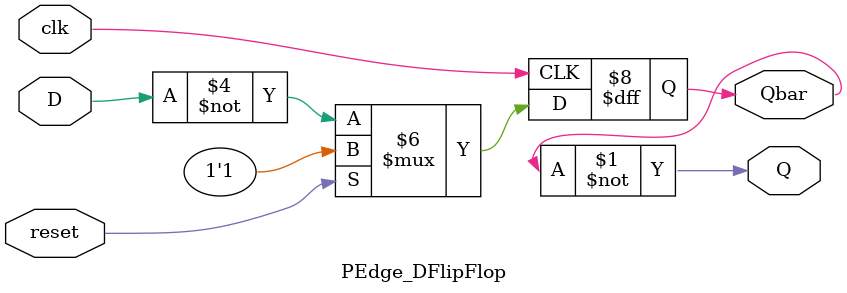
<source format=v>

module PEdge_DFlipFlop(D, clk, reset, Q, Qbar);

    input D, clk, reset;
    output reg Qbar;
    output Q;

    assign Q = ~Qbar;

    always @(posedge clk)
    begin
        if (reset == 1'b1)
            Qbar = 1'b1;
        else
            Qbar = ~D;
    end

endmodule

</source>
